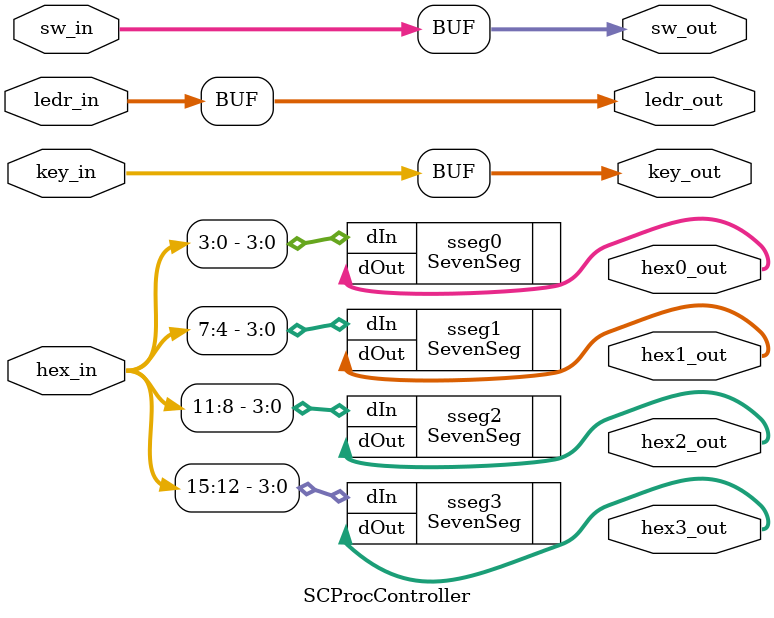
<source format=v>
`ifndef _SC_PROC_CONTROLLER_
`define _SC_PROC_CONTROLLER_

`include "SevenSeg.v"

module SCProcController (
input [3:0] key_in,
input [9:0] ledr_in,
output [3:0] key_out,
output [9:0] ledr_out,

input [9:0] sw_in,
output [9:0] sw_out,

input [15:0] hex_in,
output [6:0] hex0_out,
output [6:0] hex1_out,
output [6:0] hex2_out,
output [6:0] hex3_out
);

assign key_out = key_in;
assign ledr_out = ledr_in;
assign sw_out = sw_in;

SevenSeg sseg0 (.dIn (hex_in[3:0]),   .dOut (hex0_out));
SevenSeg sseg1 (.dIn (hex_in[7:4]),   .dOut (hex1_out));
SevenSeg sseg2 (.dIn (hex_in[11:8]),  .dOut (hex2_out));
SevenSeg sseg3 (.dIn (hex_in[15:12]), .dOut (hex3_out));

endmodule

`endif //_SC_PROC_CONTROLLER_
</source>
